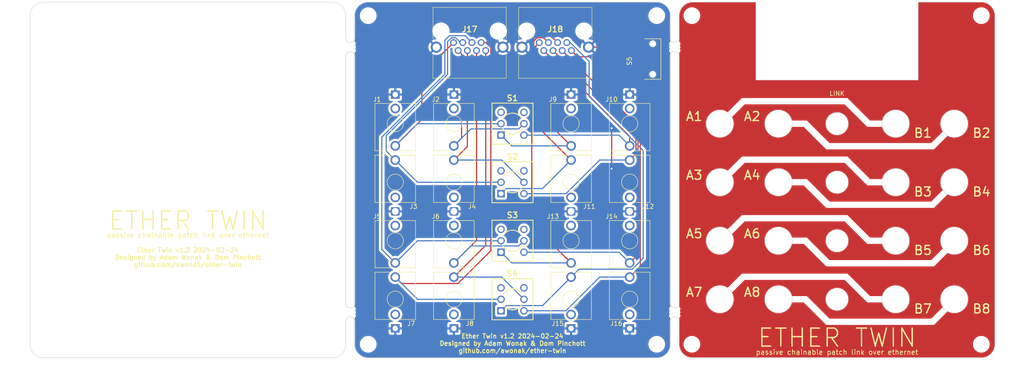
<source format=kicad_pcb>
(kicad_pcb (version 20221018) (generator pcbnew)
  (layers (0 "F.Cu" signal) (31 "B.Cu" signal) (34 "B.Paste" user) (35 "F.Paste" user) (36 "B.SilkS" user "B.Silkscreen") (37 "F.SilkS" user "F.Silkscreen") (38 "B.Mask" user) (39 "F.Mask" user) (44 "Edge.Cuts" user))
  (net 0 "")
  (net 1 "GND")
  (net 2 "A1")
  (net 4 "A2")
  (net 6 "A3")
  (net 8 "A4")
  (net 10 "A5")
  (net 11 "A6")
  (net 12 "A7")
  (net 13 "A8")
  (net 14 "B1")
  (net 16 "B2")
  (net 18 "B3")
  (net 20 "B4")
  (net 26 "B5")
  (net 27 "B6")
  (net 28 "B7")
  (net 29 "B8")
  (net 32 "Net-(S4B-A)")
  (footprint "PJ398SM:Jack_3.5mm_QingPu_WQP-PJ398SM_Vertical_CircularHoles_3dModel" (layer "F.Cu") (at 131 103.1)
    (fp_text reference "J5" (at -4.03 -5.395) (layer "F.SilkS"))
    (fp_text value "AudioJack2_SwitchT")
    (pad "T" thru_hole circle (at 0 4.925 180) (size 2.13 2.13) (drill 1.43) (layers "*.Cu" "*.Mask") (net 10 "A5"))
    (pad "TN" thru_hole circle (at 0 -3.375 180) (size 2.13 2.13) (drill 1.42) (layers "*.Cu" "*.Mask"))
  )
  (footprint "2MD1T1B1M2QES:2MD1T1B1M2QES" (layer "F.Cu") (at 157 116.1)
    (fp_text reference "S4" (at -0.02 -5.68) (layer "F.SilkS") (effects (font (size 1.27 1.27) (thickness 0.254))))
    (fp_text value "2MD1T1B1M2QES" hide)
    (pad "1" thru_hole rect (at -2.54 2.55) (size 1.635 1.635) (drill 1.09) (layers "*.Cu" "*.Mask") (net 28 "B7"))
    (pad "2" thru_hole circle (at -2.54 0.01) (size 1.635 1.635) (drill 1.09) (layers "*.Cu" "*.Mask") (net 12 "A7"))
    (pad "3" thru_hole circle (at -2.54 -2.53) (size 1.635 1.635) (drill 1.09) (layers "*.Cu" "*.Mask"))
    (pad "4" thru_hole circle (at 2.54 2.55) (size 1.635 1.635) (drill 1.09) (layers "*.Cu" "*.Mask") (net 32 "Net-(S4B-A)"))
    (pad "5" thru_hole circle (at 2.54 0.01) (size 1.635 1.635) (drill 1.09) (layers "*.Cu" "*.Mask") (net 13 "A8"))
    (pad "6" thru_hole circle (at 2.54 -2.53) (size 1.635 1.635) (drill 1.09) (layers "*.Cu" "*.Mask"))
  )
  (footprint "2MD1T1B1M2QES:2MD1T1B1M2QES" (layer "F.Cu") (at 157 103.1)
    (fp_text reference "S3" (at -0.02 -5.68) (layer "F.SilkS") (effects (font (size 1.27 1.27) (thickness 0.254))))
    (fp_text value "2MD1T1B1M2QES" hide)
    (pad "1" thru_hole rect (at -2.54 2.55) (size 1.635 1.635) (drill 1.09) (layers "*.Cu" "*.Mask") (net 26 "B5"))
    (pad "2" thru_hole circle (at -2.54 0.01) (size 1.635 1.635) (drill 1.09) (layers "*.Cu" "*.Mask") (net 10 "A5"))
    (pad "3" thru_hole circle (at -2.54 -2.53) (size 1.635 1.635) (drill 1.09) (layers "*.Cu" "*.Mask"))
    (pad "4" thru_hole circle (at 2.54 2.55) (size 1.635 1.635) (drill 1.09) (layers "*.Cu" "*.Mask") (net 27 "B6"))
    (pad "5" thru_hole circle (at 2.54 0.01) (size 1.635 1.635) (drill 1.09) (layers "*.Cu" "*.Mask") (net 11 "A6"))
    (pad "6" thru_hole circle (at 2.54 -2.53) (size 1.635 1.635) (drill 1.09) (layers "*.Cu" "*.Mask"))
  )
  (footprint "2MD1T1B1M2QES:2MD1T1B1M2QES" (layer "F.Cu") (at 157 77.1)
    (fp_text reference "S1" (at -0.02 -5.68) (layer "F.SilkS") (effects (font (size 1.27 1.27) (thickness 0.254))))
    (fp_text value "2MD1T1B1M2QES" hide)
    (pad "1" thru_hole rect (at -2.54 2.55) (size 1.635 1.635) (drill 1.09) (layers "*.Cu" "*.Mask") (net 14 "B1"))
    (pad "2" thru_hole circle (at -2.54 0.01) (size 1.635 1.635) (drill 1.09) (layers "*.Cu" "*.Mask") (net 2 "A1"))
    (pad "3" thru_hole circle (at -2.54 -2.53) (size 1.635 1.635) (drill 1.09) (layers "*.Cu" "*.Mask"))
    (pad "4" thru_hole circle (at 2.54 2.55) (size 1.635 1.635) (drill 1.09) (layers "*.Cu" "*.Mask") (net 16 "B2"))
    (pad "5" thru_hole circle (at 2.54 0.01) (size 1.635 1.635) (drill 1.09) (layers "*.Cu" "*.Mask") (net 4 "A2"))
    (pad "6" thru_hole circle (at 2.54 -2.53) (size 1.635 1.635) (drill 1.09) (layers "*.Cu" "*.Mask"))
  )
  (footprint "PJ398SM:Jack_3.5mm_QingPu_WQP-PJ398SM_Vertical_CircularHoles_3dModel" (layer "F.Cu") (at 144 116.1 180)
    (fp_text reference "J8" (at -3.53 -5.395) (layer "F.SilkS"))
    (fp_text value "AudioJack2_SwitchT")
    (pad "S" thru_hole rect (at 0 -6.475) (size 1.93 1.83) (drill 1.22) (layers "*.Cu" "*.Mask") (net 1 "GND"))
    (pad "T" thru_hole circle (at 0 4.925) (size 2.13 2.13) (drill 1.43) (layers "*.Cu" "*.Mask") (net 13 "A8"))
    (pad "TN" thru_hole circle (at 0 -3.375) (size 2.13 2.13) (drill 1.42) (layers "*.Cu" "*.Mask"))
  )
  (footprint "PJ398SM:Jack_3.5mm_QingPu_WQP-PJ398SM_Vertical_CircularHoles_3dModel" (layer "F.Cu") (at 170 90.1 180)
    (fp_text reference "J11" (at -4.03 -5.395) (layer "F.SilkS"))
    (fp_text value "AudioJack2_SwitchT")
    (pad "S" thru_hole roundrect (at 0 -6.475) (size 1.93 1.83) (drill 1.5) (layers "*.Cu" "*.Mask") (roundrect_rratio 0.15) (net 1 "GND"))
    (pad "T" thru_hole circle (at 0 4.925) (size 2.13 2.13) (drill 1.43) (layers "*.Cu" "*.Mask") (net 18 "B3"))
    (pad "TN" thru_hole circle (at 0 -3.375) (size 2.13 2.13) (drill 1.42) (layers "*.Cu" "*.Mask"))
  )
  (footprint "PJ398SM:Jack_3.5mm_QingPu_WQP-PJ398SM_Vertical_CircularHoles_3dModel" (layer "F.Cu") (at 131 90.1 180)
    (fp_text reference "J3" (at -4.03 -5.395) (layer "F.SilkS"))
    (fp_text value "AudioJack2_SwitchT")
    (pad "S" thru_hole roundrect (at 0 -6.475) (size 1.93 1.83) (drill 1.5) (layers "*.Cu" "*.Mask") (roundrect_rratio 0.15) (net 1 "GND"))
    (pad "T" thru_hole circle (at 0 4.925) (size 2.13 2.13) (drill 1.43) (layers "*.Cu" "*.Mask") (net 6 "A3"))
    (pad "TN" thru_hole circle (at 0 -3.375) (size 2.13 2.13) (drill 1.42) (layers "*.Cu" "*.Mask"))
  )
  (footprint "PJ398SM:Jack_3.5mm_QingPu_WQP-PJ398SM_Vertical_CircularHoles_3dModel" (layer "F.Cu") (at 183 103.1)
    (fp_text reference "J14" (at -4.03 -5.395) (layer "F.SilkS"))
    (fp_text value "AudioJack2_SwitchT")
    (pad "T" thru_hole circle (at 0 4.925 180) (size 2.13 2.13) (drill 1.43) (layers "*.Cu" "*.Mask") (net 27 "B6"))
    (pad "TN" thru_hole circle (at 0 -3.375 180) (size 2.13 2.13) (drill 1.42) (layers "*.Cu" "*.Mask"))
  )
  (footprint "Panelization:mouse-bite-2mm-slot" (layer "F.Cu") (at 121 119 90)
    (fp_text reference "mouse-bite-2mm-slot" hide)
    (fp_text value "VAL**" hide)
    (pad "" np_thru_hole circle (at -0.75 -0.75 90) (size 0.5 0.5) (drill 0.5) (layers "F&B.Cu" "*.Mask"))
    (pad "" np_thru_hole circle (at -0.75 0.75 90) (size 0.5 0.5) (drill 0.5) (layers "F&B.Cu" "*.Mask"))
    (pad "" np_thru_hole circle (at 0 -0.75 90) (size 0.5 0.5) (drill 0.5) (layers "F&B.Cu" "*.Mask"))
    (pad "" np_thru_hole circle (at 0 0.75 90) (size 0.5 0.5) (drill 0.5) (layers "F&B.Cu" "*.Mask"))
    (pad "" np_thru_hole circle (at 0.75 -0.75 90) (size 0.5 0.5) (drill 0.5) (layers "F&B.Cu" "*.Mask"))
    (pad "" np_thru_hole circle (at 0.75 0.75 90) (size 0.5 0.5) (drill 0.5) (layers "F&B.Cu" "*.Mask"))
  )
  (footprint "PJ398SM:Jack_3.5mm_QingPu_WQP-PJ398SM_Vertical_CircularHoles_3dModel" (layer "F.Cu") (at 183 116.1 180)
    (fp_text reference "J16" (at 2.97 -5.395) (layer "F.SilkS"))
    (fp_text value "AudioJack2_SwitchT")
    (pad "S" thru_hole rect (at 0 -6.475) (size 1.93 1.83) (drill 1.22) (layers "*.Cu" "*.Mask") (net 1 "GND"))
    (pad "T" thru_hole circle (at 0 4.925) (size 2.13 2.13) (drill 1.43) (layers "*.Cu" "*.Mask") (net 32 "Net-(S4B-A)"))
    (pad "TN" thru_hole circle (at 0 -3.375) (size 2.13 2.13) (drill 1.42) (layers "*.Cu" "*.Mask"))
  )
  (footprint "MountingHole:MountingHole_3.2mm_M3" (layer "F.Cu") (at 261 53.1)
    (fp_text reference "REF**" hide)
    (fp_text value "MountingHole_3.2mm_M3")
    (pad "" np_thru_hole circle (at 0 0) (size 3.2 3.2) (drill 3.2) (layers "F&B.Cu" "*.Mask"))
  )
  (footprint "2MD1T1B1M2QES:2MD1T1B1M2QES" (layer "F.Cu") (at 157 90.1)
    (fp_text reference "S2" (at -0.02 -5.68) (layer "F.SilkS") (effects (font (size 1.27 1.27) (thickness 0.254))))
    (fp_text value "2MD1T1B1M2QES" hide)
    (pad "1" thru_hole rect (at -2.54 2.55) (size 1.635 1.635) (drill 1.09) (layers "*.Cu" "*.Mask") (net 18 "B3"))
    (pad "2" thru_hole circle (at -2.54 0.01) (size 1.635 1.635) (drill 1.09) (layers "*.Cu" "*.Mask") (net 6 "A3"))
    (pad "3" thru_hole circle (at -2.54 -2.53) (size 1.635 1.635) (drill 1.09) (layers "*.Cu" "*.Mask"))
    (pad "4" thru_hole circle (at 2.54 2.55) (size 1.635 1.635) (drill 1.09) (layers "*.Cu" "*.Mask") (net 20 "B4"))
    (pad "5" thru_hole circle (at 2.54 0.01) (size 1.635 1.635) (drill 1.09) (layers "*.Cu" "*.Mask") (net 8 "A4"))
    (pad "6" thru_hole circle (at 2.54 -2.53) (size 1.635 1.635) (drill 1.09) (layers "*.Cu" "*.Mask"))
  )
  (footprint "MountingHole:MountingHole_3.2mm_M3" (layer "F.Cu") (at 52.8 126.1)
    (fp_text reference "REF**" hide)
    (fp_text value "MountingHole_3.2mm_M3")
    (pad "" np_thru_hole circle (at 0 0) (size 3.2 3.2) (drill 3.2) (layers "F&B.Cu" "*.Mask"))
  )
  (footprint "PJ398SM:Jack_3.5mm_QingPu_WQP-PJ398SM_Vertical_CircularHoles_3dModel" (layer "F.Cu") (at 183 77.1)
    (fp_text reference "J10" (at -4.03 -5.395) (layer "F.SilkS"))
    (fp_text value "AudioJack2_SwitchT")
    (pad "S" thru_hole rect (at 0 -6.475 180) (size 1.93 1.83) (drill 1.22) (layers "*.Cu" "*.Mask") (net 1 "GND"))
    (pad "T" thru_hole circle (at 0 4.925 180) (size 2.13 2.13) (drill 1.43) (layers "*.Cu" "*.Mask") (net 16 "B2"))
    (pad "TN" thru_hole circle (at 0 -3.375 180) (size 2.13 2.13) (drill 1.42) (layers "*.Cu" "*.Mask"))
  )
  (footprint "PJ398SM:Jack_3.5mm_QingPu_WQP-PJ398SM_Vertical_CircularHoles_3dModel" (layer "F.Cu") (at 170 103.1)
    (fp_text reference "J13" (at -4.03 -5.395) (layer "F.SilkS"))
    (fp_text value "AudioJack2_SwitchT")
    (pad "T" thru_hole circle (at 0 4.925 180) (size 2.13 2.13) (drill 1.43) (layers "*.Cu" "*.Mask") (net 26 "B5"))
    (pad "TN" thru_hole circle (at 0 -3.375 180) (size 2.13 2.13) (drill 1.42) (layers "*.Cu" "*.Mask"))
  )
  (footprint "MountingHole:MountingHole_3.2mm_M3" (layer "F.Cu") (at 189 126.1)
    (fp_text reference "REF**" hide)
    (fp_text value "MountingHole_3.2mm_M3")
    (pad "" np_thru_hole circle (at 0 0) (size 3.2 3.2) (drill 3.2) (layers "F&B.Cu" "*.Mask"))
  )
  (footprint "Panelization:mouse-bite-2mm-slot" (layer "F.Cu") (at 121 60.1 90)
    (fp_text reference "mouse-bite-2mm-slot" hide)
    (fp_text value "VAL**" hide)
    (pad "" np_thru_hole circle (at -0.75 -0.75 90) (size 0.5 0.5) (drill 0.5) (layers "F&B.Cu" "*.Mask"))
    (pad "" np_thru_hole circle (at -0.75 0.75 90) (size 0.5 0.5) (drill 0.5) (layers "F&B.Cu" "*.Mask"))
    (pad "" np_thru_hole circle (at 0 -0.75 90) (size 0.5 0.5) (drill 0.5) (layers "F&B.Cu" "*.Mask"))
    (pad "" np_thru_hole circle (at 0 0.75 90) (size 0.5 0.5) (drill 0.5) (layers "F&B.Cu" "*.Mask"))
    (pad "" np_thru_hole circle (at 0.75 -0.75 90) (size 0.5 0.5) (drill 0.5) (layers "F&B.Cu" "*.Mask"))
    (pad "" np_thru_hole circle (at 0.75 0.75 90) (size 0.5 0.5) (drill 0.5) (layers "F&B.Cu" "*.Mask"))
  )
  (footprint "PJ398SM:Jack_3.5mm_QingPu_WQP-PJ398SM_Vertical_CircularHoles_3dModel" (layer "F.Cu") (at 144 103.1)
    (fp_text reference "J6" (at -4.03 -5.395) (layer "F.SilkS"))
    (fp_text value "AudioJack2_SwitchT")
    (pad "T" thru_hole circle (at 0 4.925 180) (size 2.13 2.13) (drill 1.43) (layers "*.Cu" "*.Mask") (net 11 "A6"))
    (pad "TN" thru_hole circle (at 0 -3.375 180) (size 2.13 2.13) (drill 1.42) (layers "*.Cu" "*.Mask"))
  )
  (footprint "MountingHole:MountingHole_3.2mm_M3" (layer "F.Cu") (at 196.8 53.1)
    (fp_text reference "REF**" hide)
    (fp_text value "MountingHole_3.2mm_M3")
    (pad "" np_thru_hole circle (at 0 0) (size 3.2 3.2) (drill 3.2) (layers "F&B.Cu" "*.Mask"))
  )
  (footprint "MountingHole:MountingHole_3.2mm_M3" (layer "F.Cu") (at 196.8 126.1)
    (fp_text reference "REF**" hide)
    (fp_text value "MountingHole_3.2mm_M3")
    (pad "" np_thru_hole circle (at 0 0) (size 3.2 3.2) (drill 3.2) (layers "F&B.Cu" "*.Mask"))
  )
  (footprint "Panelization:mouse-bite-2mm-slot" (layer "F.Cu") (at 193 119 90)
    (fp_text reference "mouse-bite-2mm-slot" hide)
    (fp_text value "VAL**" hide)
    (pad "" np_thru_hole circle (at -0.75 -0.75 90) (size 0.5 0.5) (drill 0.5) (layers "F&B.Cu" "*.Mask"))
    (pad "" np_thru_hole circle (at -0.75 0.75 90) (size 0.5 0.5) (drill 0.5) (layers "F&B.Cu" "*.Mask"))
    (pad "" np_thru_hole circle (at 0 -0.75 90) (size 0.5 0.5) (drill 0.5) (layers "F&B.Cu" "*.Mask"))
    (pad "" np_thru_hole circle (at 0 0.75 90) (size 0.5 0.5) (drill 0.5) (layers "F&B.Cu" "*.Mask"))
    (pad "" np_thru_hole circle (at 0.75 -0.75 90) (size 0.5 0.5) (drill 0.5) (layers "F&B.Cu" "*.Mask"))
    (pad "" np_thru_hole circle (at 0.75 0.75 90) (size 0.5 0.5) (drill 0.5) (layers "F&B.Cu" "*.Mask"))
  )
  (footprint "PJ398SM:Jack_3.5mm_QingPu_WQP-PJ398SM_Vertical_CircularHoles_3dModel" (layer "F.Cu") (at 144 90.1 180)
    (fp_text reference "J4" (at -4.03 -5.395) (layer "F.SilkS"))
    (fp_text value "AudioJack2_SwitchT")
    (pad "S" thru_hole roundrect (at 0 -6.475) (size 1.93 1.83) (drill 1.5) (layers "*.Cu" "*.Mask") (roundrect_rratio 0.15) (net 1 "GND"))
    (pad "T" thru_hole circle (at 0 4.925) (size 2.13 2.13) (drill 1.43) (layers "*.Cu" "*.Mask") (net 8 "A4"))
    (pad "TN" thru_hole circle (at 0 -3.375) (size 2.13 2.13) (drill 1.42) (layers "*.Cu" "*.Mask"))
  )
  (footprint "PJ398SM:Jack_3.5mm_QingPu_WQP-PJ398SM_Vertical_CircularHoles_3dModel" (layer "F.Cu") (at 170 77.1)
    (fp_text reference "J9" (at -4.03 -5.395) (layer "F.SilkS"))
    (fp_text value "AudioJack2_SwitchT")
    (pad "S" thru_hole rect (at 0 -6.475 180) (size 1.93 1.83) (drill 1.22) (layers "*.Cu" "*.Mask") (net 1 "GND"))
    (pad "T" thru_hole circle (at 0 4.925 180) (size 2.13 2.13) (drill 1.43) (layers "*.Cu" "*.Mask") (net 14 "B1"))
    (pad "TN" thru_hole circle (at 0 -3.375 180) (size 2.13 2.13) (drill 1.42) (layers "*.Cu" "*.Mask"))
  )
  (footprint "1-406541-5:14065415" (layer "F.Cu") (at 166.5 60.1 180)
    (fp_text reference "J18" (at 0 3.965) (layer "F.SilkS") (effects (font (size 1.27 1.27) (thickness 0.254))))
    (fp_text value "1-406541-5" hide)
    (pad "" np_thru_hole circle (at -6.36 3.56 180) (size 3.33 3.33) (drill 3.33) (layers "F&B.Cu" "*.Mask"))
    (pad "" np_thru_hole circle (at 6.36 3.56 180) (size 3.33 3.33) (drill 3.33) (layers "F&B.Cu" "*.Mask"))
    (pad "1" thru_hole circle (at 3.57 1.02 180) (size 1.509 1.509) (drill 0.97) (layers "*.Cu" "*.Mask") (net 14 "B1"))
    (pad "2" thru_hole circle (at 2.55 -0.76 180) (size 1.509 1.509) (drill 0.97) (layers "*.Cu" "*.Mask") (net 16 "B2"))
    (pad "3" thru_hole circle (at 1.53 1.02 180) (size 1.509 1.509) (drill 0.97) (layers "*.Cu" "*.Mask") (net 18 "B3"))
    (pad "4" thru_hole circle (at 0.51 -0.76 180) (size 1.509 1.509) (drill 0.97) (layers "*.Cu" "*.Mask") (net 20 "B4"))
    (pad "5" thru_hole circle (at -0.51 1.02 180) (size 1.509 1.509) (drill 0.97) (layers "*.Cu" "*.Mask") (net 26 "B5"))
    (pad "6" thru_hole circle (at -1.53 -0.76 180) (size 1.509 1.509) (drill 0.97) (layers "*.Cu" "*.Mask") (net 27 "B6"))
    (pad "7" thru_hole circle (at -2.55 1.02 180) (size 1.509 1.509) (drill 0.97) (layers "*.Cu" "*.Mask") (net 28 "B7"))
    (pad "8" thru_hole circle (at -3.57 -0.76 180) (size 1.509 1.509) (drill 0.97) (layers "*.Cu" "*.Mask") (net 29 "B8"))
    (pad "9" thru_hole circle (at -7.39 0 180) (size 2.475 2.475) (drill 1.65) (layers "*.Cu" "*.Mask") (net 1 "GND"))
    (pad "10" thru_hole circle (at 7.39 0 180) (size 2.475 2.475) (drill 1.65) (layers "*.Cu" "*.Mask") (net 1 "GND"))
  )
  (footprint "PJ398SM:Jack_3.5mm_QingPu_WQP-PJ398SM_Vertical_CircularHoles_3dModel" (layer "F.Cu") (at 183 90.1 180)
    (fp_text reference "J12" (at -4.03 -5.395) (layer "F.SilkS"))
    (fp_text value "AudioJack2_SwitchT")
    (pad "S" thru_hole roundrect (at 0 -6.475) (size 1.93 1.83) (drill 1.5) (layers "*.Cu" "*.Mask") (roundrect_rratio 0.15) (net 1 "GND"))
    (pad "T" thru_hole circle (at 0 4.925) (size 2.13 2.13) (drill 1.43) (layers "*.Cu" "*.Mask") (net 20 "B4"))
    (pad "TN" thru_hole circle (at 0 -3.375) (size 2.13 2.13) (drill 1.42) (layers "*.Cu" "*.Mask"))
  )
  (footprint "PJ398SM:Jack_3.5mm_QingPu_WQP-PJ398SM_Vertical_CircularHoles_3dModel" (layer "F.Cu") (at 131 77.1)
    (fp_text reference "J1" (at -4.03 -5.395) (layer "F.SilkS"))
    (fp_text value "AudioJack2_SwitchT")
    (pad "S" thru_hole rect (at 0 -6.475 180) (size 1.93 1.83) (drill 1.22) (layers "*.Cu" "*.Mask") (net 1 "GND"))
    (pad "T" thru_hole circle (at 0 4.925 180) (size 2.13 2.13) (drill 1.43) (layers "*.Cu" "*.Mask") (net 2 "A1"))
    (pad "TN" thru_hole circle (at 0 -3.375 180) (size 2.13 2.13) (drill 1.42) (layers "*.Cu" "*.Mask"))
  )
  (footprint "MountingHole:MountingHole_3.2mm_M3" (layer "F.Cu") (at 117 126.1)
    (fp_text reference "REF**" hide)
    (fp_text value "MountingHole_3.2mm_M3")
    (pad "" np_thru_hole circle (at 0 0) (size 3.2 3.2) (drill 3.2) (layers "F&B.Cu" "*.Mask"))
  )
  (footprint "MountingHole:MountingHole_3.2mm_M3" (layer "F.Cu") (at 117 53.1)
    (fp_text reference "REF**" hide)
    (fp_text value "MountingHole_3.2mm_M3")
    (pad "" np_thru_hole circle (at 0 0) (size 3.2 3.2) (drill 3.2) (layers "F&B.Cu" "*.Mask"))
  )
  (footprint "MountingHole:MountingHole_3.2mm_M3" (layer "F.Cu") (at 125 126.1)
    (fp_text reference "REF**" hide)
    (fp_text value "MountingHole_3.2mm_M3")
    (pad "" np_thru_hole circle (at 0 0) (size 3.2 3.2) (drill 3.2) (layers "F&B.Cu" "*.Mask"))
  )
  (footprint "PJ398SM:Jack_3.5mm_QingPu_WQP-PJ398SM_Vertical_CircularHoles_3dModel" (layer "F.Cu") (at 144 77.1)
    (fp_text reference "J2" (at -4.03 -5.395) (layer "F.SilkS"))
    (fp_text value "AudioJack2_SwitchT")
    (pad "S" thru_hole rect (at 0 -6.475 180) (size 1.93 1.83) (drill 1.22) (layers "*.Cu" "*.Mask") (net 1 "GND"))
    (pad "T" thru_hole circle (at 0 4.925 180) (size 2.13 2.13) (drill 1.43) (layers "*.Cu" "*.Mask") (net 4 "A2"))
    (pad "TN" thru_hole circle (at 0 -3.375 180) (size 2.13 2.13) (drill 1.42) (layers "*.Cu" "*.Mask"))
  )
  (footprint "MountingHole:MountingHole_3.2mm_M3" (layer "F.Cu") (at 261 126.1)
    (fp_text reference "REF**" hide)
    (fp_text value "MountingHole_3.2mm_M3")
    (pad "" np_thru_hole circle (at 0 0) (size 3.2 3.2) (drill 3.2) (layers "F&B.Cu" "*.Mask"))
  )
  (footprint "MountingHole:MountingHole_3.2mm_M3" (layer "F.Cu") (at 189 53.1)
    (fp_text reference "REF**" hide)
    (fp_text value "MountingHole_3.2mm_M3")
    (pad "" np_thru_hole circle (at 0 0) (size 3.2 3.2) (drill 3.2) (layers "*.Cu" "*.Mask"))
  )
  (footprint "PJ398SM:Jack_3.5mm_QingPu_WQP-PJ398SM_Vertical_CircularHoles_3dModel" (layer "F.Cu") (at 170 116.1 180)
    (fp_text reference "J15" (at 2.97 -5.395) (layer "F.SilkS"))
    (fp_text value "AudioJack2_SwitchT")
    (pad "S" thru_hole rect (at 0 -6.475) (size 1.93 1.83) (drill 1.22) (layers "*.Cu" "*.Mask") (net 1 "GND"))
    (pad "T" thru_hole circle (at 0 4.925) (size 2.13 2.13) (drill 1.43) (layers "*.Cu" "*.Mask") (net 28 "B7"))
    (pad "TN" thru_hole circle (at 0 -3.375) (size 2.13 2.13) (drill 1.42) (layers "*.Cu" "*.Mask"))
  )
  (footprint "1-406541-5:14065415" (layer "F.Cu") (at 147.5 60.1 180)
    (fp_text reference "J17" (at 0 3.965) (layer "F.SilkS") (effects (font (size 1.27 1.27) (thickness 0.254))))
    (fp_text value "1-406541-5" hide)
    (pad "" np_thru_hole circle (at -6.36 3.56 180) (size 3.33 3.33) (drill 3.33) (layers "F&B.Cu" "*.Mask"))
    (pad "" np_thru_hole circle (at 6.36 3.56 180) (size 3.33 3.33) (drill 3.33) (layers "F&B.Cu" "*.Mask"))
    (pad "1" thru_hole circle (at 3.57 1.02 180) (size 1.509 1.509) (drill 0.97) (layers "*.Cu" "*.Mask") (net 2 "A1"))
    (pad "2" thru_hole circle (at 2.55 -0.76 180) (size 1.509 1.509) (drill 0.97) (layers "*.Cu" "*.Mask") (net 4 "A2"))
    (pad "3" thru_hole circle (at 1.53 1.02 180) (size 1.509 1.509) (drill 0.97) (layers "*.Cu" "*.Mask") (net 6 "A3"))
    (pad "4" thru_hole circle (at 0.51 -0.76 180) (size 1.509 1.509) (drill 0.97) (layers "*.Cu" "*.Mask") (net 8 "A4"))
    (pad "5" thru_hole circle (at -0.51 1.02 180) (size 1.509 1.509) (drill 0.97) (layers "*.Cu" "*.Mask") (net 10 "A5"))
    (pad "6" thru_hole circle (at -1.53 -0.76 180) (size 1.509 1.509) (drill 0.97) (layers "*.Cu" "*.Mask") (net 11 "A6"))
    (pad "7" thru_hole circle (at -2.55 1.02 180) (size 1.509 1.509) (drill 0.97) (layers "*.Cu" "*.Mask") (net 12 "A7"))
    (pad "8" thru_hole circle (at -3.57 -0.76 180) (size 1.509 1.509) (drill 0.97) (layers "*.Cu" "*.Mask") (net 13 "A8"))
    (pad "9" thru_hole circle (at -7.39 0 180) (size 2.475 2.475) (drill 1.65) (layers "*.Cu" "*.Mask") (net 1 "GND"))
    (pad "10" thru_hole circle (at 7.39 0 180) (size 2.475 2.475) (drill 1.65) (layers "*.Cu" "*.Mask") (net 1 "GND"))
  )
  (footprint "PJ398SM:Jack_3.5mm_QingPu_WQP-PJ398SM_Vertical_CircularHoles_3dModel" (layer "F.Cu") (at 131 116.1 180)
    (fp_text reference "J7" (at -3.53 -5.395) (layer "F.SilkS"))
    (fp_text value "AudioJack2_SwitchT")
    (pad "S" thru_hole rect (at 0 -6.475) (size 1.93 1.83) (drill 1.22) (layers "*.Cu" "*.Mask") (net 1 "GND"))
    (pad "T" thru_hole circle (at 0 4.925) (size 2.13 2.13) (drill 1.43) (layers "*.Cu" "*.Mask") (net 12 "A7"))
    (pad "TN" thru_hole circle (at 0 -3.375) (size 2.13 2.13) (drill 1.42) (layers "*.Cu" "*.Mask"))
  )
  (footprint "MountingHole:MountingHole_3.2mm_M3" (layer "F.Cu") (at 52.8 53.1)
    (fp_text reference "REF**" hide)
    (fp_text value "MountingHole_3.2mm_M3")
    (pad "" np_thru_hole circle (at 0 0) (size 3.2 3.2) (drill 3.2) (layers "F&B.Cu" "*.Mask"))
  )
  (footprint "JS102011SAQN:SW_JS102011SAQN" (layer "F.Cu") (at 188.11 62.7365 90)
    (fp_text reference "S5" (at -0.438995 -5.175125 90) (layer "F.SilkS") (effects (font (size 1.000732 1.000732))))
    (fp_text value "JS102011SAQN")
    (pad "" np_thru_hole circle (at -3.4 0 90) (size 1 1) (drill 1) (layers "*.Cu" "*.Mask"))
    (pad "" np_thru_hole circle (at 3.4 0 90) (size 1 1) (drill 1) (layers "*.Cu" "*.Mask"))
    (pad "1" smd rect (at -2.5 -2.75 90) (size 1.2 2.5) (layers "F.Cu" "F.Paste" "F.Mask") (net 32 "Net-(S4B-A)"))
    (pad "2" smd rect (at 0 -2.75 90) (size 1.2 2.5) (layers "F.Cu" "F.Paste" "F.Mask") (net 29 "B8"))
    (pad "3" smd rect (at 2.5 -2.75 90) (size 1.2 2.5) (layers "F.Cu" "F.Paste" "F.Mask") (net 1 "GND"))
  )
  (footprint "Panelization:mouse-bite-2mm-slot" (layer "F.Cu") (at 193 60.1 90)
    (fp_text reference "mouse-bite-2mm-slot" hide)
    (fp_text value "VAL**" hide)
    (pad "" np_thru_hole circle (at -0.75 -0.75 90) (size 0.5 0.5) (drill 0.5) (layers "*.Cu" "*.Mask"))
    (pad "" np_thru_hole circle (at -0.75 0.75 90) (size 0.5 0.5) (drill 0.5) (layers "*.Cu" "*.Mask"))
    (pad "" np_thru_hole circle (at 0 -0.75 90) (size 0.5 0.5) (drill 0.5) (layers "*.Cu" "*.Mask"))
    (pad "" np_thru_hole circle (at 0 0.75 90) (size 0.5 0.5) (drill 0.5) (layers "*.Cu" "*.Mask"))
    (pad "" np_thru_hole circle (at 0.75 -0.75 90) (size 0.5 0.5) (drill 0.5) (layers "*.Cu" "*.Mask"))
    (pad "" np_thru_hole circle (at 0.75 0.75 90) (size 0.5 0.5) (drill 0.5) (layers "*.Cu" "*.Mask"))
  )
  (footprint "MountingHole:MountingHole_3.2mm_M3" (layer "F.Cu") (at 125 53.1)
    (fp_text reference "REF**" hide)
    (fp_text value "MountingHole_3.2mm_M3")
    (pad "" np_thru_hole circle (at 0 0) (size 3.2 3.2) (drill 3.2) (layers "F&B.Cu" "*.Mask"))
  )
  (gr_arc (start 117 50.1) (mid 119.12132 50.97868) (end 120 53.1) (stroke (width 0.1)) (layer "Edge.Cuts"))
  (gr_line (start 122 53.1) (end 122 58.1) (stroke (width 0.1)) (layer "Edge.Cuts"))
  (gr_circle (center 242 103.1) (end 245.05 103.1) (stroke (width 0.1)) (fill none) (layer "Edge.Cuts"))
  (gr_arc (start 53 129.1) (mid 50.87868 128.22132) (end 50 126.1) (stroke (width 0.1)) (layer "Edge.Cuts"))
  (gr_arc (start 50 53.1) (mid 50.87868 50.97868) (end 53 50.1) (stroke (width 0.1)) (layer "Edge.Cuts"))
  (gr_arc (start 192 62.1) (mid 193 61.1) (end 194 62.1) (stroke (width 0.1)) (layer "Edge.Cuts"))
  (gr_line (start 50 53.1) (end 50 126.1) (stroke (width 0.1)) (layer "Edge.Cuts"))
  (gr_line (start 122 117) (end 122 62.1) (stroke (width 0.1)) (layer "Edge.Cuts"))
  (gr_line (start 264 126.1) (end 264 53.1) (stroke (width 0.1)) (layer "Edge.Cuts"))
  (gr_line (start 247 50.1) (end 261 50.1) (stroke (width 0.1)) (layer "Edge.Cuts"))
  (gr_line (start 194 126.1) (end 194 121) (stroke (width 0.1)) (layer "Edge.Cuts"))
  (gr_line (start 122 126.1) (end 122 121) (stroke (width 0.1)) (layer "Edge.Cuts"))
  (gr_line (start 197 129.1) (end 261 129.1) (stroke (width 0.1)) (layer "Edge.Cuts"))
  (gr_circle (center 216 103.1) (end 219.05 103.1) (stroke (width 0.1)) (fill none) (layer "Edge.Cuts"))
  (gr_circle (center 242 77.1) (end 245.05 77.1) (stroke (width 0.1)) (fill none) (layer "Edge.Cuts"))
  (gr_circle (center 229 90.1) (end 231.5 90.1) (stroke (width 0.1)) (fill none) (layer "Edge.Cuts"))
  (gr_circle (center 216 77.1) (end 219.05 77.1) (stroke (width 0.1)) (fill none) (layer "Edge.Cuts"))
  (gr_circle (center 242 90.1) (end 245.05 90.1) (stroke (width 0.1)) (fill none) (layer "Edge.Cuts"))
  (gr_circle (center 216 90.1) (end 219.05 90.1) (stroke (width 0.1)) (fill none) (layer "Edge.Cuts"))
  (gr_arc (start 122 117) (mid 121 118) (end 120 117) (stroke (width 0.1)) (layer "Edge.Cuts"))
  (gr_circle (center 255 77.1) (end 258.05 77.1) (stroke (width 0.1)) (fill none) (layer "Edge.Cuts"))
  (gr_circle (center 229 77.1) (end 231.5 77.1) (stroke (width 0.1)) (fill none) (layer "Edge.Cuts"))
  (gr_circle (center 203 103.1) (end 206.05 103.1) (stroke (width 0.1)) (fill none) (layer "Edge.Cuts"))
  (gr_arc (start 194 58.1) (mid 193 59.1) (end 192 58.1) (stroke (width 0.1)) (layer "Edge.Cuts"))
  (gr_arc (start 192 121) (mid 193 120) (end 194 121) (stroke (width 0.1)) (layer "Edge.Cuts"))
  (gr_circle (center 255 90.1) (end 258.05 90.1) (stroke (width 0.1)) (fill none) (layer "Edge.Cuts"))
  (gr_line (start 247 67.4) (end 247 50.1) (stroke (width 0.1)) (layer "Edge.Cuts"))
  (gr_arc (start 264 126.1) (mid 263.12132 128.22132) (end 261 129.1) (stroke (width 0.1)) (layer "Edge.Cuts"))
  (gr_line (start 120 53.1) (end 120 58.1) (stroke (width 0.1)) (layer "Edge.Cuts"))
  (gr_line (start 194 62.1) (end 194 117) (stroke (width 0.1)) (layer "Edge.Cuts"))
  (gr_arc (start 197 129.1) (mid 194.87868 128.22132) (end 194 126.1) (stroke (width 0.1)) (layer "Edge.Cuts"))
  (gr_arc (start 120 62.1) (mid 121 61.1) (end 122 62.1) (stroke (width 0.1)) (layer "Edge.Cuts"))
  (gr_circle (center 229 103.1) (end 231.5 103.1) (stroke (width 0.1)) (fill none) (layer "Edge.Cuts"))
  (gr_arc (start 189 50.1) (mid 191.12132 50.97868) (end 192 53.1) (stroke (width 0.1)) (layer "Edge.Cuts"))
  (gr_arc (start 261 50.1) (mid 263.12132 50.97868) (end 264 53.1) (stroke (width 0.1)) (layer "Edge.Cuts"))
  (gr_line (start 211 67.4) (end 247 67.4) (stroke (width 0.1)) (layer "Edge.Cuts"))
  (gr_line (start 125 129.1) (end 189 129.1) (stroke (width 0.1)) (layer "Edge.Cuts"))
  (gr_arc (start 192 126.1) (mid 191.12132 128.22132) (end 189 129.1) (stroke (width 0.1)) (layer "Edge.Cuts"))
  (gr_arc (start 194 53.1) (mid 194.87868 50.97868) (end 197 50.1) (stroke (width 0.1)) (layer "Edge.Cuts"))
  (gr_circle (center 255 103.1) (end 258.05 103.1) (stroke (width 0.1)) (fill none) (layer "Edge.Cuts"))
  (gr_arc (start 120 121) (mid 121 120) (end 122 121) (stroke (width 0.1)) (layer "Edge.Cuts"))
  (gr_arc (start 194 117) (mid 193 118) (end 192 117) (stroke (width 0.1)) (layer "Edge.Cuts"))
  (gr_line (start 194 53.1) (end 194 58.1) (stroke (width 0.1)) (layer "Edge.Cuts"))
  (gr_line (start 192 121) (end 192 126.1) (stroke (width 0.1)) (layer "Edge.Cuts"))
  (gr_circle (center 255 116.1) (end 258.05 116.1) (stroke (width 0.1)) (fill none) (layer "Edge.Cuts"))
  (gr_arc (start 122 58.1) (mid 121 59.1) (end 120 58.1) (stroke (width 0.1)) (layer "Edge.Cuts"))
  (gr_line (start 192 53.1) (end 192 58.1) (stroke (width 0.1)) (layer "Edge.Cuts"))
  (gr_circle (center 229 116.1) (end 231.5 116.1) (stroke (width 0.1)) (fill none) (layer "Edge.Cuts"))
  (gr_line (start 53 129.1) (end 117 129.1) (stroke (width 0.1)) (layer "Edge.Cuts"))
  (gr_circle (center 203 116.1) (end 206.05 116.1) (stroke (width 0.1)) (fill none) (layer "Edge.Cuts"))
  (gr_line (start 120 126.1) (end 120 121) (stroke (width 0.1)) (layer "Edge.Cuts"))
  (gr_circle (center 216 116.1) (end 219.05 116.1) (stroke (width 0.1)) (fill none) (layer "Edge.Cuts"))
  (gr_arc (start 120 126.1) (mid 119.12132 128.22132) (end 117 129.1) (stroke (width 0.1)) (layer "Edge.Cuts"))
  (gr_line (start 211 67.4) (end 211 50.1) (stroke (width 0.1)) (layer "Edge.Cuts"))
  (gr_line (start 211 50.1) (end 197 50.1) (stroke (width 0.1)) (layer "Edge.Cuts"))
  (gr_line (start 53 50.1) (end 117 50.1) (stroke (width 0.1)) (layer "Edge.Cuts"))
  (gr_arc (start 122 53.1) (mid 122.87868 50.97868) (end 125 50.1) (stroke (width 0.1)) (layer "Edge.Cuts"))
  (gr_circle (center 242 116.1) (end 245.05 116.1) (stroke (width 0.1)) (fill none) (layer "Edge.Cuts"))
  (gr_line (start 192 117) (end 192 62.1) (stroke (width 0.1)) (layer "Edge.Cuts"))
  (gr_arc (start 125 129.1) (mid 122.87868 128.22132) (end 122 126.1) (stroke (width 0.1)) (layer "Edge.Cuts"))
  (gr_circle (center 203 90.1) (end 206.05 90.1) (stroke (width 0.1)) (fill none) (layer "Edge.Cuts"))
  (gr_line (start 189 50.1) (end 125 50.1) (stroke (width 0.1)) (layer "Edge.Cuts"))
  (gr_line (start 120 62.1) (end 120 117) (stroke (width 0.1)) (layer "Edge.Cuts"))
  (gr_circle (center 203 77.1) (end 206.05 77.1) (stroke (width 0.1)) (fill none) (layer "Edge.Cuts"))
  (gr_text "B5" (at 245.9 106.4) (layer "F.SilkS") (effects (font (size 2 2) (thickness 0.3) bold) (justify left bottom)))
  (gr_text "A2" (at 208.15 76.65) (layer "F.SilkS") (effects (font (size 2 2) (thickness 0.3) bold) (justify left bottom)))
  (gr_text "B6" (at 258.9 106.4) (layer "F.SilkS") (effects (font (size 2 2) (thickness 0.3) bold) (justify left bottom)))
  (gr_text "LINK" (at 229 70.4) (layer "F.SilkS") (effects (font (size 1 1))))
  (gr_text "A8" (at 208.15 115.7) (layer "F.SilkS") (effects (font (size 2 2) (thickness 0.3) bold) (justify left bottom)))
  (gr_text "A4" (at 208.15 89.7) (layer "F.SilkS") (effects (font (size 2 2) (thickness 0.3) bold) (justify left bottom)))
  (gr_text "ETHER TWIN" (at 229 127) (layer "F.SilkS") (effects (font (size 4 4) (thickness 0.3)) (justify bottom)))
  (gr_text "B8" (at 258.9 119.4) (layer "F.SilkS") (effects (font (size 2 2) (thickness 0.3) bold) (justify left bottom)))
  (gr_text "A7" (at 195.3 115.7) (layer "F.SilkS") (effects (font (size 2 2) (thickness 0.3) bold) (justify left bottom)))
  (gr_text "A1" (at 195.3 76.65) (layer "F.SilkS") (effects (font (size 2 2) (thickness 0.3) bold) (justify left bottom)))
  (gr_text "B3" (at 245.9 93.4) (layer "F.SilkS") (effects (font (size 2 2) (thickness 0.3) bold) (justify left bottom)))
  (gr_text "B1" (at 245.9 80.35) (layer "F.SilkS") (effects (font (size 2 2) (thickness 0.3) bold) (justify left bottom)))
  (gr_text "B2" (at 258.9 80.35) (layer "F.SilkS") (effects (font (size 2 2) (thickness 0.3) bold) (justify left bottom)))
  (gr_text "A3" (at 195.3 89.7) (layer "F.SilkS") (effects (font (size 2 2) (thickness 0.3) bold) (justify left bottom)))
  (gr_text "ETHER TWIN" (at 85 101) (layer "F.SilkS") (effects (font (size 4 4) (thickness 0.3)) (justify bottom)))
  (gr_text "A5" (at 195.3 102.7) (layer "F.SilkS") (effects (font (size 2 2) (thickness 0.3) bold) (justify left bottom)))
  (gr_text "A6" (at 208.15 102.7) (layer "F.SilkS") (effects (font (size 2 2) (thickness 0.3) bold) (justify left bottom)))
  (gr_text "B7" (at 245.9 119.4) (layer "F.SilkS") (effects (font (size 2 2) (thickness 0.3) bold) (justify left bottom)))
  (gr_text "passive chainable patch link over ethernet" (at 85 102.5) (layer "F.SilkS") (effects (font (size 1.1 1.1)) (justify bottom)))
  (gr_text "B4" (at 258.9 93.4) (layer "F.SilkS") (effects (font (size 2 2) (thickness 0.3) bold) (justify left bottom)))
  (gr_text "Ether Twin v1.2 2024-02-24\nDesigned by Adam Wonak & Dom Pinchott\ngithub.com/awonak/ether-twin\n" (at 157 128.1) (layer "F.SilkS") (effects (font (size 1 1) (thickness 0.2) bold) (justify bottom)))
  (gr_text "passive chainable patch link over ethernet" (at 229 128.5) (layer "F.SilkS") (effects (font (size 1.1 1.1)) (justify bottom)))
  (gr_text "Ether Twin v1.2 2024-02-24\nDesigned by Adam Wonak & Dom Pinchott\ngithub.com/awonak/ether-twin\n" (at 85 109) (layer "F.SilkS") (effects (font (size 1 1) (thickness 0.2) bold) (justify bottom)))
  (segment (start 179 78.1) (end 179 87.1) (width 0.25) (layer "F.Cu") (net 1))
  (segment (start 185.2235 60.1) (end 185.36 60.2365) (width 0.25) (layer "F.Cu") (net 1))
  (segment (start 173.89 60.1) (end 185.2235 60.1) (width 0.25) (layer "F.Cu") (net 1))
  (via (at 179 87.1) (size 0.8) (drill 0.4) (layers "F.Cu" "B.Cu") (net 1))
  (via (at 179 78.1) (size 0.8) (drill 0.4) (layers "F.Cu" "B.Cu") (net 1))
  (segment (start 136.9 66.11) (end 136.9 76.125) (width 0.25) (layer "F.Cu") (net 2))
  (segment (start 136.9 76.125) (end 131 82.025) (width 0.25) (layer "F.Cu") (net 2))
  (segment (start 143.93 59.08) (end 136.9 66.11) (width 0.25) (layer "F.Cu") (net 2))
  (segment (start 135.915 77.11) (end 131 82.025) (width 0.25) (layer "B.Cu") (net 2))
  (segment (start 154.46 77.11) (end 135.915 77.11) (width 0.25) (layer "B.Cu") (net 2))
  (segment (start 145.7045 80.3205) (end 144 82.025) (width 0.25) (layer "F.Cu") (net 4))
  (segment (start 145.7045 61.6145) (end 145.7045 80.3205) (width 0.25) (layer "F.Cu") (net 4))
  (segment (start 144.95 60.86) (end 145.7045 61.6145) (width 0.25) (layer "F.Cu") (net 4))
  (segment (start 147.7725 78.2525) (end 144 82.025) (width 0.25) (layer "B.Cu") (net 4))
  (segment (start 158.3975 78.2525) (end 147.7725 78.2525) (width 0.25) (layer "B.Cu") (net 4))
  (segment (start 159.54 77.11) (end 158.3975 78.2525) (width 0.25) (layer "B.Cu") (net 4))
  (segment (start 129 83.175) (end 131 85.175) (width 0.25) (layer "B.Cu") (net 6))
  (segment (start 142.6 58.883356) (end 142.6 66.136396) (width 0.25) (layer "B.Cu") (net 6))
  (segment (start 142.6 66.136396) (end 129 79.736396) (width 0.25) (layer "B.Cu") (net 6))
  (segment (start 143.482856 58.0005) (end 142.6 58.883356) (width 0.25) (layer "B.Cu") (net 6))
  (segment (start 145.97 59.08) (end 145.456644 59.08) (width 0.25) (layer "B.Cu") (net 6))
  (segment (start 145.456644 59.08) (end 144.377144 58.0005) (width 0.25) (layer "B.Cu") (net 6))
  (segment (start 135.935 90.11) (end 131 85.175) (width 0.25) (layer "B.Cu") (net 6))
  (segment (start 144.377144 58.0005) (end 143.482856 58.0005) (width 0.25) (layer "B.Cu") (net 6))
  (segment (start 129 79.736396) (end 129 83.175) (width 0.25) (layer "B.Cu") (net 6))
  (segment (start 154.46 90.11) (end 135.935 90.11) (width 0.25) (layer "B.Cu") (net 6))
  (segment (start 146.99 82.185) (end 144 85.175) (width 0.25) (layer "F.Cu") (net 8))
  (segment (start 146.99 60.86) (end 146.99 82.185) (width 0.25) (layer "F.Cu") (net 8))
  (segment (start 154.605 85.175) (end 144 85.175) (width 0.25) (layer "B.Cu") (net 8))
  (segment (start 159.54 90.11) (end 154.605 85.175) (width 0.25) (layer "B.Cu") (net 8))
  (segment (start 148.01 59.08) (end 146.4805 57.5505) (width 0.25) (layer "B.Cu") (net 10))
  (segment (start 135.915 103.11) (end 131 108.025) (width 0.25) (layer "B.Cu") (net 10))
  (segment (start 154.46 103.11) (end 135.915 103.11) (width 0.25) (layer "B.Cu") (net 10))
  (segment (start 146.4805 57.5505) (end 143.014496 57.5505) (width 0.25) (layer "B.Cu") (net 10))
  (segment (start 128 105.025) (end 131 108.025) (width 0.25) (layer "B.Cu") (net 10))
  (segment (start 128 80.1) (end 128 105.025) (width 0.25) (layer "B.Cu") (net 10))
  (segment (start 142 58.564996) (end 142 66.1) (width 0.25) (layer "B.Cu") (net 10))
  (segment (start 143.014496 57.5505) (end 142 58.564996) (width 0.25) (layer "B.Cu") (net 10))
  (segment (start 142 66.1) (end 128 80.1) (width 0.25) (layer "B.Cu") (net 10))
  (segment (start 149.03 60.86) (end 149.03 102.995) (width 0.25) (layer "F.Cu") (net 11))
  (segment (start 149.03 102.995) (end 144 108.025) (width 0.25) (layer "F.Cu") (net 11))
  (segment (start 159.54 103.11) (end 158.3975 104.2525) (width 0.25) (layer "B.Cu") (net 11))
  (segment (start 147.7725 104.2525) (end 144 108.025) (width 0.25) (layer "B.Cu") (net 11))
  (segment (start 158.3975 104.2525) (end 147.7725 104.2525) (width 0.25) (layer "B.Cu") (net 11))
  (segment (start 152.2 105.3) (end 144.9 112.6) (width 0.25) (layer "F.Cu") (net 12))
  (segment (start 144.9 112.6) (end 132.425 112.6) (width 0.25) (layer "F.Cu") (net 12))
  (segment (start 152.2 60.162976) (end 152.2 105.3) (width 0.25) (layer "F.Cu") (net 12))
  (segment (start 151.117024 59.08) (end 152.2 60.162976) (width 0.25) (layer "F.Cu") (net 12))
  (segment (start 132.425 112.6) (end 131 111.175) (width 0.25) (layer "F.Cu") (net 12))
  (segment (start 150.05 59.08) (end 151.117024 59.08) (width 0.25) (layer "F.Cu") (net 12))
  (segment (start 135.935 116.11) (end 131 111.175) (width 0.25) (layer "B.Cu") (net 12))
  (segment (start 154.46 116.11) (end 135.935 116.11) (width 0.25) (layer "B.Cu") (net 12))
  (segment (start 151.07 104.105) (end 144 111.175) (width 0.25) (layer "F.Cu") (net 13))
  (segment (start 151.07 60.86) (end 151.07 104.105) (width 0.25) (layer "F.Cu") (net 13))
  (segment (start 154.605 111.175) (end 159.54 116.11) (width 0.25) (layer "B.Cu") (net 13))
  (segment (start 144 111.175) (end 154.605 111.175) (width 0.25) (layer "B.Cu") (net 13))
  (segment (start 162.93 59.08) (end 162.1755 59.8345) (width 0.25) (layer "F.Cu") (net 14))
  (segment (start 162.1755 59.8345) (end 162.1755 74.2005) (width 0.25) (layer "F.Cu") (net 14))
  (segment (start 162.1755 74.2005) (end 170 82.025) (width 0.25) (layer "F.Cu") (net 14))
  (segment (start 156.835 82.025) (end 170 82.025) (width 0.25) (layer "B.Cu") (net 14))
  (segment (start 154.46 79.65) (end 156.835 82.025) (width 0.25) (layer "B.Cu") (net 14))
  (segment (start 183 79.91) (end 183 82.025) (width 0.25) (layer "F.Cu") (net 16))
  (segment (start 163.95 60.86) (end 183 79.91) (width 0.25) (layer "F.Cu") (net 16))
  (segment (start 159.54 79.65) (end 180.625 79.65) (width 0.25) (layer "B.Cu") (net 16))
  (segment (start 180.625 79.65) (end 183 82.025) (width 0.25) (layer "B.Cu") (net 16))
  (segment (start 161.7255 76.9005) (end 170 85.175) (width 0.25) (layer "F.Cu") (net 18))
  (segment (start 163.8905 58.0005) (end 162.482856 58.0005) (width 0.25) (layer "F.Cu") (net 18))
  (segment (start 161.7255 58.757856) (end 161.7255 76.9005) (width 0.25) (layer "F.Cu") (net 18))
  (segment (start 164.97 59.08) (end 163.8905 58.0005) (width 0.25) (layer "F.Cu") (net 18))
  (segment (start 162.482856 58.0005) (end 161.7255 58.757856) (width 0.25) (layer "F.Cu") (net 18))
  (segment (start 154.46 92.65) (end 155.6025 91.5075) (width 0.25) (layer "B.Cu") (net 18))
  (segment (start 155.6025 91.5075) (end 163.6675 91.5075) (width 0.25) (layer "B.Cu") (net 18))
  (segment (start 163.6675 91.5075) (end 170 85.175) (width 0.25) (layer "B.Cu") (net 18))
  (segment (start 165.99 60.86) (end 184.39 79.26) (width 0.25) (layer "F.Cu") (net 20))
  (segment (start 184.39 79.26) (end 184.39 83.785) (width 0.25) (layer "F.Cu") (net 20))
  (segment (start 184.39 83.785) (end 183 85.175) (width 0.25) (layer "F.Cu") (net 20))
  (segment (start 168.859243 92.65) (end 176.334243 85.175) (width 0.25) (layer "B.Cu") (net 20))
  (segment (start 159.54 92.65) (end 168.859243 92.65) (width 0.25) (layer "B.Cu") (net 20))
  (segment (start 176.334243 85.175) (end 183 85.175) (width 0.25) (layer "B.Cu") (net 20))
  (segment (start 165.314996 57.384996) (end 162.18 57.384996) (width 0.25) (layer "F.Cu") (net 26))
  (segment (start 161.2755 99.3005) (end 170 108.025) (width 0.25) (layer "F.Cu") (net 26))
  (segment (start 161.2755 58.289496) (end 161.2755 99.3005) (width 0.25) (layer "F.Cu") (net 26))
  (segment (start 167.01 59.08) (end 165.314996 57.384996) (width 0.25) (layer "F.Cu") (net 26))
  (segment (start 162.18 57.384996) (end 161.2755 58.289496) (width 0.25) (layer "F.Cu") (net 26))
  (segment (start 154.46 105.65) (end 156.835 108.025) (width 0.25) (layer "B.Cu") (net 26))
  (segment (start 156.835 108.025) (end 170 108.025) (width 0.25) (layer "B.Cu") (net 26))
  (segment (start 184.84 106.185) (end 183 108.025) (width 0.25) (layer "F.Cu") (net 27))
  (segment (start 184.84 77.67) (end 184.84 106.185) (width 0.25) (layer "F.Cu") (net 27))
  (segment (start 168.03 60.86) (end 184.84 77.67) (width 0.25) (layer "F.Cu") (net 27))
  (segment (start 180.625 105.65) (end 183 108.025) (width 0.25) (layer "B.Cu") (net 27))
  (segment (start 159.54 105.65) (end 180.625 105.65) (width 0.25) (layer "B.Cu") (net 27))
  (segment (start 186 106.990757) (end 183.575757 109.415) (width 0.25) (layer "B.Cu") (net 28))
  (segment (start 169.816644 59.08) (end 174 63.263356) (width 0.25) (layer "B.Cu") (net 28))
  (segment (start 171.76 109.415) (end 170 111.175) (width 0.25) (layer "B.Cu") (net 28))
  (segment (start 174 63.263356) (end 174 71.059243) (width 0.25) (layer "B.Cu") (net 28))
  (segment (start 183.575757 109.415) (end 171.76 109.415) (width 0.25) (layer "B.Cu") (net 28))
  (segment (start 163.6675 117.5075) (end 170 111.175) (width 0.25) (layer "B.Cu") (net 28))
  (segment (start 174 71.059243) (end 186 83.059243) (width 0.25) (layer "B.Cu") (net 28))
  (segment (start 155.6025 117.5075) (end 163.6675 117.5075) (width 0.25) (layer "B.Cu") (net 28))
  (segment (start 169.05 59.08) (end 169.816644 59.08) (width 0.25) (layer "B.Cu") (net 28))
  (segment (start 186 83.059243) (end 186 106.990757) (width 0.25) (layer "B.Cu") (net 28))
  (segment (start 154.46 118.65) (end 155.6025 117.5075) (width 0.25) (layer "B.Cu") (net 28))
  (segment (start 170.07 60.86) (end 171.4465 62.2365) (width 0.25) (layer "F.Cu") (net 29))
  (segment (start 171.4465 62.2365) (end 185.36 62.2365) (width 0.25) (layer "F.Cu") (net 29))
  (segment (start 185.36 108.815) (end 183 111.175) (width 0.25) (layer "F.Cu") (net 32))
  (segment (start 185.36 64.7365) (end 185.36 108.815) (width 0.25) (layer "F.Cu") (net 32))
  (segment (start 176.334243 111.175) (end 183 111.175) (width 0.25) (layer "B.Cu") (net 32))
  (segment (start 159.54 118.65) (end 168.859243 118.65) (width 0.25) (layer "B.Cu") (net 32))
  (segment (start 168.859243 118.65) (end 176.334243 111.175) (width 0.25) (layer "B.Cu") (net 32))
  (zone (net 0) (net_name "") (layer "F.Cu") (connect_pads (clearance 0)) (min_thickness 0.25)
    (keepout (tracks allowed) (vias allowed) (pads allowed) (copperpour not_allowed) (footprints allowed))
    (fill (thermal_gap 0.5) (thermal_bridge_width 0.5))
    (polygon (pts (xy 218.6 89.4) (xy 222.3 89.4) (xy 227.3 94.4) (xy 249.9 94.4) (xy 253.2 91.1) (xy 254.2 92.1) (xy 250.5 95.8) (xy 226.6 95.8) (xy 221.6 90.8) (xy 218.6 90.8)))
  )
  (zone (net 0) (net_name "") (layer "F.Cu") (connect_pads (clearance 0)) (min_thickness 0.25)
    (keepout (tracks allowed) (vias allowed) (pads allowed) (copperpour not_allowed) (footprints allowed))
    (fill (thermal_gap 0.5) (thermal_bridge_width 0.5))
    (polygon (pts (xy 218.6 115.4) (xy 222.3 115.4) (xy 227.3 120.4) (xy 249.9 120.4) (xy 253.2 117.1) (xy 254.2 118.1) (xy 250.5 121.8) (xy 226.6 121.8) (xy 221.6 116.8) (xy 218.6 116.8)))
  )
  (zone (net 0) (net_name "") (layer "F.Cu") (connect_pads (clearance 0)) (min_thickness 0.25)
    (keepout (tracks allowed) (vias allowed) (pads allowed) (copperpour not_allowed) (footprints allowed))
    (fill (thermal_gap 0.5) (thermal_bridge_width 0.5))
    (polygon (pts (xy 218.6 76.4) (xy 222.3 76.4) (xy 227.3 81.4) (xy 249.9 81.4) (xy 253.2 78.1) (xy 254.2 79.1) (xy 250.5 82.8) (xy 226.6 82.8) (xy 221.6 77.8) (xy 218.6 77.8)))
  )
  (zone (net 1) (net_name "GND") (layer "F.Cu") (connect_pads (clearance 0.5)) (min_thickness 0.25) (fill yes (thermal_gap 0.5) (thermal_bridge_width 0.5))
    (polygon (pts (xy 194 50) (xy 264 50) (xy 264 129) (xy 194 129)))
  )
  (zone (net 0) (net_name "") (layer "F.Cu") (connect_pads (clearance 0)) (min_thickness 0.25)
    (keepout (tracks allowed) (vias allowed) (pads allowed) (copperpour not_allowed) (footprints allowed))
    (fill (thermal_gap 0.5) (thermal_bridge_width 0.5))
    (polygon (pts (xy 218.6 102.4) (xy 222.3 102.4) (xy 227.3 107.4) (xy 249.9 107.4) (xy 253.2 104.1) (xy 254.2 105.1) (xy 250.5 108.8) (xy 226.6 108.8) (xy 221.6 103.8) (xy 218.6 103.8)))
  )
  (zone (net 0) (net_name "") (layer "F.Cu") (connect_pads (clearance 0)) (min_thickness 0.25)
    (keepout (tracks allowed) (vias allowed) (pads allowed) (copperpour not_allowed) (footprints allowed))
    (fill (thermal_gap 0.5) (thermal_bridge_width 0.5))
    (polygon (pts (xy 207.9 84.4) (xy 231.3 84.4) (xy 236.3 89.4) (xy 239.5 89.4) (xy 239.5 90.8) (xy 235.7 90.8) (xy 230.7 85.8) (xy 208.5 85.8) (xy 205.4 88.9) (xy 204.4 87.9)))
  )
  (zone (net 0) (net_name "") (layer "F.Cu") (connect_pads (clearance 0)) (min_thickness 0.25)
    (keepout (tracks allowed) (vias allowed) (pads allowed) (copperpour not_allowed) (footprints allowed))
    (fill (thermal_gap 0.5) (thermal_bridge_width 0.5))
    (polygon (pts (xy 207.9 110.4) (xy 231.3 110.4) (xy 236.3 115.4) (xy 239.5 115.4) (xy 239.5 116.8) (xy 235.7 116.8) (xy 230.7 111.8) (xy 208.5 111.8) (xy 205.4 114.9) (xy 204.4 113.9)))
  )
  (zone (net 0) (net_name "") (layer "F.Cu") (connect_pads (clearance 0)) (min_thickness 0.25)
    (keepout (tracks allowed) (vias allowed) (pads allowed) (copperpour not_allowed) (footprints allowed))
    (fill (thermal_gap 0.5) (thermal_bridge_width 0.5))
    (polygon (pts (xy 207.9 97.4) (xy 231.3 97.4) (xy 236.3 102.4) (xy 239.5 102.4) (xy 239.5 103.8) (xy 235.7 103.8) (xy 230.7 98.8) (xy 208.5 98.8) (xy 205.4 101.9) (xy 204.4 100.9)))
  )
  (zone (net 0) (net_name "") (layer "F.Cu") (connect_pads (clearance 0)) (min_thickness 0.25)
    (keepout (tracks allowed) (vias allowed) (pads allowed) (copperpour not_allowed) (footprints allowed))
    (fill (thermal_gap 0.5) (thermal_bridge_width 0.5))
    (polygon (pts (xy 207.9 71.4) (xy 231.3 71.4) (xy 236.3 76.4) (xy 239.5 76.4) (xy 239.5 77.8) (xy 235.7 77.8) (xy 230.7 72.8) (xy 208.5 72.8) (xy 205.4 75.9) (xy 204.4 74.9)))
  )
  (zone (net 1) (net_name "GND") (layer "B.Cu") (connect_pads (clearance 0.5)) (min_thickness 0.25) (fill yes (thermal_gap 0.5) (thermal_bridge_width 0.5))
    (polygon (pts (xy 122 50.1) (xy 192 50.1) (xy 192 129.1) (xy 122 129.1)))
  )
)
</source>
